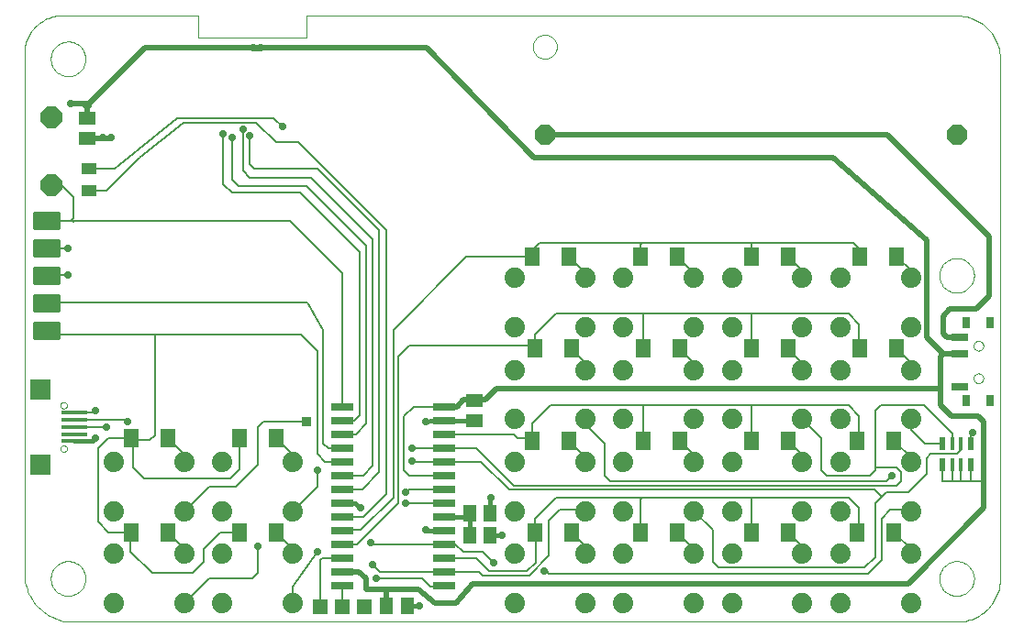
<source format=gtl>
G75*
G70*
%OFA0B0*%
%FSLAX24Y24*%
%IPPOS*%
%LPD*%
%AMOC8*
5,1,8,0,0,1.08239X$1,22.5*
%
%ADD10C,0.0000*%
%ADD11C,0.0740*%
%ADD12OC8,0.0709*%
%ADD13R,0.0591X0.0276*%
%ADD14R,0.0315X0.0394*%
%ADD15R,0.0925X0.0157*%
%ADD16R,0.0748X0.0748*%
%ADD17R,0.0551X0.0433*%
%ADD18R,0.0787X0.0300*%
%ADD19R,0.0512X0.0591*%
%ADD20R,0.0591X0.0512*%
%ADD21C,0.0167*%
%ADD22R,0.0551X0.0709*%
%ADD23R,0.0173X0.0453*%
%ADD24R,0.0248X0.0453*%
%ADD25OC8,0.0768*%
%ADD26OC8,0.0240*%
%ADD27C,0.0160*%
%ADD28C,0.0080*%
%ADD29C,0.0200*%
%ADD30R,0.0531X0.0531*%
%ADD31C,0.0240*%
%ADD32C,0.0320*%
%ADD33R,0.0356X0.0356*%
D10*
X002159Y000141D02*
X034443Y000141D01*
X034520Y000143D01*
X034597Y000149D01*
X034674Y000158D01*
X034750Y000171D01*
X034826Y000188D01*
X034900Y000209D01*
X034974Y000233D01*
X035046Y000261D01*
X035116Y000292D01*
X035185Y000327D01*
X035253Y000365D01*
X035318Y000406D01*
X035381Y000451D01*
X035442Y000499D01*
X035501Y000549D01*
X035557Y000602D01*
X035610Y000658D01*
X035660Y000717D01*
X035708Y000778D01*
X035753Y000841D01*
X035794Y000906D01*
X035832Y000974D01*
X035867Y001043D01*
X035898Y001113D01*
X035926Y001185D01*
X035950Y001259D01*
X035971Y001333D01*
X035988Y001409D01*
X036001Y001485D01*
X036010Y001562D01*
X036016Y001639D01*
X036018Y001716D01*
X036018Y020614D01*
X036016Y020691D01*
X036010Y020768D01*
X036001Y020845D01*
X035988Y020921D01*
X035971Y020997D01*
X035950Y021071D01*
X035926Y021145D01*
X035898Y021217D01*
X035867Y021287D01*
X035832Y021356D01*
X035794Y021424D01*
X035753Y021489D01*
X035708Y021552D01*
X035660Y021613D01*
X035610Y021672D01*
X035557Y021728D01*
X035501Y021781D01*
X035442Y021831D01*
X035381Y021879D01*
X035318Y021924D01*
X035253Y021965D01*
X035185Y022003D01*
X035116Y022038D01*
X035046Y022069D01*
X034974Y022097D01*
X034900Y022121D01*
X034826Y022142D01*
X034750Y022159D01*
X034674Y022172D01*
X034597Y022181D01*
X034520Y022187D01*
X034443Y022189D01*
X034443Y022188D02*
X010821Y022188D01*
X010821Y021401D01*
X006884Y021401D01*
X006884Y022188D01*
X002159Y022188D01*
X000585Y021007D02*
X000585Y002110D01*
X001529Y001716D02*
X001531Y001766D01*
X001537Y001816D01*
X001547Y001865D01*
X001561Y001913D01*
X001578Y001960D01*
X001599Y002005D01*
X001624Y002049D01*
X001652Y002090D01*
X001684Y002129D01*
X001718Y002166D01*
X001755Y002200D01*
X001795Y002230D01*
X001837Y002257D01*
X001881Y002281D01*
X001927Y002302D01*
X001974Y002318D01*
X002022Y002331D01*
X002072Y002340D01*
X002121Y002345D01*
X002172Y002346D01*
X002222Y002343D01*
X002271Y002336D01*
X002320Y002325D01*
X002368Y002310D01*
X002414Y002292D01*
X002459Y002270D01*
X002502Y002244D01*
X002543Y002215D01*
X002582Y002183D01*
X002618Y002148D01*
X002650Y002110D01*
X002680Y002070D01*
X002707Y002027D01*
X002730Y001983D01*
X002749Y001937D01*
X002765Y001889D01*
X002777Y001840D01*
X002785Y001791D01*
X002789Y001741D01*
X002789Y001691D01*
X002785Y001641D01*
X002777Y001592D01*
X002765Y001543D01*
X002749Y001495D01*
X002730Y001449D01*
X002707Y001405D01*
X002680Y001362D01*
X002650Y001322D01*
X002618Y001284D01*
X002582Y001249D01*
X002543Y001217D01*
X002502Y001188D01*
X002459Y001162D01*
X002414Y001140D01*
X002368Y001122D01*
X002320Y001107D01*
X002271Y001096D01*
X002222Y001089D01*
X002172Y001086D01*
X002121Y001087D01*
X002072Y001092D01*
X002022Y001101D01*
X001974Y001114D01*
X001927Y001130D01*
X001881Y001151D01*
X001837Y001175D01*
X001795Y001202D01*
X001755Y001232D01*
X001718Y001266D01*
X001684Y001303D01*
X001652Y001342D01*
X001624Y001383D01*
X001599Y001427D01*
X001578Y001472D01*
X001561Y001519D01*
X001547Y001567D01*
X001537Y001616D01*
X001531Y001666D01*
X001529Y001716D01*
X000584Y002110D02*
X000576Y002023D01*
X000573Y001935D01*
X000574Y001848D01*
X000580Y001760D01*
X000589Y001673D01*
X000603Y001587D01*
X000621Y001501D01*
X000643Y001417D01*
X000670Y001333D01*
X000700Y001251D01*
X000735Y001171D01*
X000773Y001092D01*
X000815Y001016D01*
X000861Y000941D01*
X000911Y000869D01*
X000964Y000799D01*
X001020Y000732D01*
X001080Y000668D01*
X001142Y000607D01*
X001208Y000549D01*
X001276Y000494D01*
X001347Y000443D01*
X001420Y000395D01*
X001496Y000351D01*
X001574Y000311D01*
X001653Y000274D01*
X001734Y000242D01*
X001817Y000213D01*
X001901Y000189D01*
X001986Y000169D01*
X002072Y000153D01*
X002159Y000141D01*
X001884Y006440D02*
X001886Y006461D01*
X001892Y006481D01*
X001901Y006501D01*
X001913Y006518D01*
X001928Y006532D01*
X001946Y006544D01*
X001966Y006552D01*
X001986Y006557D01*
X002007Y006558D01*
X002028Y006555D01*
X002048Y006549D01*
X002067Y006538D01*
X002084Y006525D01*
X002097Y006509D01*
X002108Y006491D01*
X002116Y006471D01*
X002120Y006451D01*
X002120Y006429D01*
X002116Y006409D01*
X002108Y006389D01*
X002097Y006371D01*
X002084Y006355D01*
X002067Y006342D01*
X002048Y006331D01*
X002028Y006325D01*
X002007Y006322D01*
X001986Y006323D01*
X001966Y006328D01*
X001946Y006336D01*
X001928Y006348D01*
X001913Y006362D01*
X001901Y006379D01*
X001892Y006399D01*
X001886Y006419D01*
X001884Y006440D01*
X001884Y008015D02*
X001886Y008036D01*
X001892Y008056D01*
X001901Y008076D01*
X001913Y008093D01*
X001928Y008107D01*
X001946Y008119D01*
X001966Y008127D01*
X001986Y008132D01*
X002007Y008133D01*
X002028Y008130D01*
X002048Y008124D01*
X002067Y008113D01*
X002084Y008100D01*
X002097Y008084D01*
X002108Y008066D01*
X002116Y008046D01*
X002120Y008026D01*
X002120Y008004D01*
X002116Y007984D01*
X002108Y007964D01*
X002097Y007946D01*
X002084Y007930D01*
X002067Y007917D01*
X002048Y007906D01*
X002028Y007900D01*
X002007Y007897D01*
X001986Y007898D01*
X001966Y007903D01*
X001946Y007911D01*
X001928Y007923D01*
X001913Y007937D01*
X001901Y007954D01*
X001892Y007974D01*
X001886Y007994D01*
X001884Y008015D01*
X001529Y020614D02*
X001531Y020664D01*
X001537Y020714D01*
X001547Y020763D01*
X001561Y020811D01*
X001578Y020858D01*
X001599Y020903D01*
X001624Y020947D01*
X001652Y020988D01*
X001684Y021027D01*
X001718Y021064D01*
X001755Y021098D01*
X001795Y021128D01*
X001837Y021155D01*
X001881Y021179D01*
X001927Y021200D01*
X001974Y021216D01*
X002022Y021229D01*
X002072Y021238D01*
X002121Y021243D01*
X002172Y021244D01*
X002222Y021241D01*
X002271Y021234D01*
X002320Y021223D01*
X002368Y021208D01*
X002414Y021190D01*
X002459Y021168D01*
X002502Y021142D01*
X002543Y021113D01*
X002582Y021081D01*
X002618Y021046D01*
X002650Y021008D01*
X002680Y020968D01*
X002707Y020925D01*
X002730Y020881D01*
X002749Y020835D01*
X002765Y020787D01*
X002777Y020738D01*
X002785Y020689D01*
X002789Y020639D01*
X002789Y020589D01*
X002785Y020539D01*
X002777Y020490D01*
X002765Y020441D01*
X002749Y020393D01*
X002730Y020347D01*
X002707Y020303D01*
X002680Y020260D01*
X002650Y020220D01*
X002618Y020182D01*
X002582Y020147D01*
X002543Y020115D01*
X002502Y020086D01*
X002459Y020060D01*
X002414Y020038D01*
X002368Y020020D01*
X002320Y020005D01*
X002271Y019994D01*
X002222Y019987D01*
X002172Y019984D01*
X002121Y019985D01*
X002072Y019990D01*
X002022Y019999D01*
X001974Y020012D01*
X001927Y020028D01*
X001881Y020049D01*
X001837Y020073D01*
X001795Y020100D01*
X001755Y020130D01*
X001718Y020164D01*
X001684Y020201D01*
X001652Y020240D01*
X001624Y020281D01*
X001599Y020325D01*
X001578Y020370D01*
X001561Y020417D01*
X001547Y020465D01*
X001537Y020514D01*
X001531Y020564D01*
X001529Y020614D01*
X000585Y021007D02*
X000597Y021079D01*
X000613Y021150D01*
X000633Y021220D01*
X000656Y021289D01*
X000683Y021357D01*
X000713Y021423D01*
X000747Y021488D01*
X000784Y021550D01*
X000825Y021611D01*
X000868Y021669D01*
X000915Y021726D01*
X000964Y021779D01*
X001016Y021830D01*
X001071Y021878D01*
X001128Y021924D01*
X001187Y021966D01*
X001249Y022005D01*
X001312Y022041D01*
X001378Y022073D01*
X001444Y022102D01*
X001513Y022127D01*
X001582Y022149D01*
X001653Y022167D01*
X001724Y022181D01*
X001796Y022192D01*
X001869Y022199D01*
X001942Y022202D01*
X002015Y022201D01*
X002087Y022196D01*
X002160Y022188D01*
X019049Y021058D02*
X019051Y021099D01*
X019057Y021140D01*
X019067Y021180D01*
X019080Y021219D01*
X019097Y021256D01*
X019118Y021292D01*
X019142Y021326D01*
X019169Y021357D01*
X019198Y021385D01*
X019231Y021411D01*
X019265Y021433D01*
X019302Y021452D01*
X019340Y021467D01*
X019380Y021479D01*
X019420Y021487D01*
X019461Y021491D01*
X019503Y021491D01*
X019544Y021487D01*
X019584Y021479D01*
X019624Y021467D01*
X019662Y021452D01*
X019698Y021433D01*
X019733Y021411D01*
X019766Y021385D01*
X019795Y021357D01*
X019822Y021326D01*
X019846Y021292D01*
X019867Y021256D01*
X019884Y021219D01*
X019897Y021180D01*
X019907Y021140D01*
X019913Y021099D01*
X019915Y021058D01*
X019913Y021017D01*
X019907Y020976D01*
X019897Y020936D01*
X019884Y020897D01*
X019867Y020860D01*
X019846Y020824D01*
X019822Y020790D01*
X019795Y020759D01*
X019766Y020731D01*
X019733Y020705D01*
X019699Y020683D01*
X019662Y020664D01*
X019624Y020649D01*
X019584Y020637D01*
X019544Y020629D01*
X019503Y020625D01*
X019461Y020625D01*
X019420Y020629D01*
X019380Y020637D01*
X019340Y020649D01*
X019302Y020664D01*
X019266Y020683D01*
X019231Y020705D01*
X019198Y020731D01*
X019169Y020759D01*
X019142Y020790D01*
X019118Y020824D01*
X019097Y020860D01*
X019080Y020897D01*
X019067Y020936D01*
X019057Y020976D01*
X019051Y021017D01*
X019049Y021058D01*
X033813Y012740D02*
X033815Y012790D01*
X033821Y012840D01*
X033831Y012889D01*
X033845Y012937D01*
X033862Y012984D01*
X033883Y013029D01*
X033908Y013073D01*
X033936Y013114D01*
X033968Y013153D01*
X034002Y013190D01*
X034039Y013224D01*
X034079Y013254D01*
X034121Y013281D01*
X034165Y013305D01*
X034211Y013326D01*
X034258Y013342D01*
X034306Y013355D01*
X034356Y013364D01*
X034405Y013369D01*
X034456Y013370D01*
X034506Y013367D01*
X034555Y013360D01*
X034604Y013349D01*
X034652Y013334D01*
X034698Y013316D01*
X034743Y013294D01*
X034786Y013268D01*
X034827Y013239D01*
X034866Y013207D01*
X034902Y013172D01*
X034934Y013134D01*
X034964Y013094D01*
X034991Y013051D01*
X035014Y013007D01*
X035033Y012961D01*
X035049Y012913D01*
X035061Y012864D01*
X035069Y012815D01*
X035073Y012765D01*
X035073Y012715D01*
X035069Y012665D01*
X035061Y012616D01*
X035049Y012567D01*
X035033Y012519D01*
X035014Y012473D01*
X034991Y012429D01*
X034964Y012386D01*
X034934Y012346D01*
X034902Y012308D01*
X034866Y012273D01*
X034827Y012241D01*
X034786Y012212D01*
X034743Y012186D01*
X034698Y012164D01*
X034652Y012146D01*
X034604Y012131D01*
X034555Y012120D01*
X034506Y012113D01*
X034456Y012110D01*
X034405Y012111D01*
X034356Y012116D01*
X034306Y012125D01*
X034258Y012138D01*
X034211Y012154D01*
X034165Y012175D01*
X034121Y012199D01*
X034079Y012226D01*
X034039Y012256D01*
X034002Y012290D01*
X033968Y012327D01*
X033936Y012366D01*
X033908Y012407D01*
X033883Y012451D01*
X033862Y012496D01*
X033845Y012543D01*
X033831Y012591D01*
X033821Y012640D01*
X033815Y012690D01*
X033813Y012740D01*
X035053Y010180D02*
X035055Y010206D01*
X035061Y010232D01*
X035071Y010257D01*
X035084Y010280D01*
X035100Y010300D01*
X035120Y010318D01*
X035142Y010333D01*
X035165Y010345D01*
X035191Y010353D01*
X035217Y010357D01*
X035243Y010357D01*
X035269Y010353D01*
X035295Y010345D01*
X035319Y010333D01*
X035340Y010318D01*
X035360Y010300D01*
X035376Y010280D01*
X035389Y010257D01*
X035399Y010232D01*
X035405Y010206D01*
X035407Y010180D01*
X035405Y010154D01*
X035399Y010128D01*
X035389Y010103D01*
X035376Y010080D01*
X035360Y010060D01*
X035340Y010042D01*
X035318Y010027D01*
X035295Y010015D01*
X035269Y010007D01*
X035243Y010003D01*
X035217Y010003D01*
X035191Y010007D01*
X035165Y010015D01*
X035141Y010027D01*
X035120Y010042D01*
X035100Y010060D01*
X035084Y010080D01*
X035071Y010103D01*
X035061Y010128D01*
X035055Y010154D01*
X035053Y010180D01*
X035053Y008999D02*
X035055Y009025D01*
X035061Y009051D01*
X035071Y009076D01*
X035084Y009099D01*
X035100Y009119D01*
X035120Y009137D01*
X035142Y009152D01*
X035165Y009164D01*
X035191Y009172D01*
X035217Y009176D01*
X035243Y009176D01*
X035269Y009172D01*
X035295Y009164D01*
X035319Y009152D01*
X035340Y009137D01*
X035360Y009119D01*
X035376Y009099D01*
X035389Y009076D01*
X035399Y009051D01*
X035405Y009025D01*
X035407Y008999D01*
X035405Y008973D01*
X035399Y008947D01*
X035389Y008922D01*
X035376Y008899D01*
X035360Y008879D01*
X035340Y008861D01*
X035318Y008846D01*
X035295Y008834D01*
X035269Y008826D01*
X035243Y008822D01*
X035217Y008822D01*
X035191Y008826D01*
X035165Y008834D01*
X035141Y008846D01*
X035120Y008861D01*
X035100Y008879D01*
X035084Y008899D01*
X035071Y008922D01*
X035061Y008947D01*
X035055Y008973D01*
X035053Y008999D01*
X033813Y001716D02*
X033815Y001766D01*
X033821Y001816D01*
X033831Y001865D01*
X033845Y001913D01*
X033862Y001960D01*
X033883Y002005D01*
X033908Y002049D01*
X033936Y002090D01*
X033968Y002129D01*
X034002Y002166D01*
X034039Y002200D01*
X034079Y002230D01*
X034121Y002257D01*
X034165Y002281D01*
X034211Y002302D01*
X034258Y002318D01*
X034306Y002331D01*
X034356Y002340D01*
X034405Y002345D01*
X034456Y002346D01*
X034506Y002343D01*
X034555Y002336D01*
X034604Y002325D01*
X034652Y002310D01*
X034698Y002292D01*
X034743Y002270D01*
X034786Y002244D01*
X034827Y002215D01*
X034866Y002183D01*
X034902Y002148D01*
X034934Y002110D01*
X034964Y002070D01*
X034991Y002027D01*
X035014Y001983D01*
X035033Y001937D01*
X035049Y001889D01*
X035061Y001840D01*
X035069Y001791D01*
X035073Y001741D01*
X035073Y001691D01*
X035069Y001641D01*
X035061Y001592D01*
X035049Y001543D01*
X035033Y001495D01*
X035014Y001449D01*
X034991Y001405D01*
X034964Y001362D01*
X034934Y001322D01*
X034902Y001284D01*
X034866Y001249D01*
X034827Y001217D01*
X034786Y001188D01*
X034743Y001162D01*
X034698Y001140D01*
X034652Y001122D01*
X034604Y001107D01*
X034555Y001096D01*
X034506Y001089D01*
X034456Y001086D01*
X034405Y001087D01*
X034356Y001092D01*
X034306Y001101D01*
X034258Y001114D01*
X034211Y001130D01*
X034165Y001151D01*
X034121Y001175D01*
X034079Y001202D01*
X034039Y001232D01*
X034002Y001266D01*
X033968Y001303D01*
X033936Y001342D01*
X033908Y001383D01*
X033883Y001427D01*
X033862Y001472D01*
X033845Y001519D01*
X033831Y001567D01*
X033821Y001616D01*
X033815Y001666D01*
X033813Y001716D01*
D11*
X032770Y002606D03*
X032770Y004172D03*
X030210Y004172D03*
X028833Y004172D03*
X028833Y002606D03*
X030210Y002606D03*
X030210Y000826D03*
X028833Y000826D03*
X026273Y000826D03*
X024896Y000826D03*
X022336Y000826D03*
X020959Y000826D03*
X018399Y000826D03*
X018399Y002606D03*
X018399Y004172D03*
X020959Y004172D03*
X022336Y004172D03*
X022336Y002606D03*
X020959Y002606D03*
X024896Y002606D03*
X026273Y002606D03*
X026273Y004172D03*
X024896Y004172D03*
X024896Y005952D03*
X026273Y005952D03*
X026273Y007519D03*
X024896Y007519D03*
X022336Y007519D03*
X020959Y007519D03*
X020959Y005952D03*
X022336Y005952D03*
X018399Y005952D03*
X018399Y007519D03*
X018399Y009299D03*
X018399Y010865D03*
X020959Y010865D03*
X022336Y010865D03*
X022336Y009299D03*
X020959Y009299D03*
X024896Y009299D03*
X026273Y009299D03*
X026273Y010865D03*
X024896Y010865D03*
X024896Y012645D03*
X026273Y012645D03*
X028833Y012645D03*
X030210Y012645D03*
X032770Y012645D03*
X032770Y010865D03*
X032770Y009299D03*
X030210Y009299D03*
X028833Y009299D03*
X028833Y010865D03*
X030210Y010865D03*
X030210Y007519D03*
X028833Y007519D03*
X028833Y005952D03*
X030210Y005952D03*
X032770Y005952D03*
X032770Y007519D03*
X022336Y012645D03*
X020959Y012645D03*
X018399Y012645D03*
X010329Y005952D03*
X007769Y005952D03*
X006392Y005952D03*
X003832Y005952D03*
X003832Y004172D03*
X003832Y002606D03*
X006392Y002606D03*
X007769Y002606D03*
X007769Y004172D03*
X006392Y004172D03*
X010329Y004172D03*
X010329Y002606D03*
X010329Y000826D03*
X007769Y000826D03*
X006392Y000826D03*
X003832Y000826D03*
X032770Y000826D03*
D12*
X034443Y017858D03*
X019482Y017858D03*
D13*
X034541Y010476D03*
X034541Y009885D03*
X034541Y008704D03*
D14*
X034797Y008173D03*
X035663Y008173D03*
X035663Y011007D03*
X034797Y011007D03*
D15*
X002396Y007740D03*
X002396Y007484D03*
X002396Y007228D03*
X002396Y006972D03*
X002396Y006716D03*
D16*
X001155Y005869D03*
X001155Y008586D03*
D17*
X002905Y015821D03*
X002905Y016609D03*
D18*
X012120Y007972D03*
X012120Y007472D03*
X012120Y006972D03*
X012120Y006472D03*
X012120Y005972D03*
X012120Y005472D03*
X012120Y004972D03*
X012120Y004472D03*
X012120Y003972D03*
X012120Y003472D03*
X012120Y002972D03*
X012120Y002472D03*
X012120Y001972D03*
X012120Y001472D03*
X015821Y001472D03*
X015821Y001972D03*
X015821Y002472D03*
X015821Y002972D03*
X015821Y003472D03*
X015821Y003972D03*
X015821Y004472D03*
X015821Y004972D03*
X015821Y005472D03*
X015821Y005972D03*
X015821Y006472D03*
X015821Y006972D03*
X015821Y007472D03*
X015821Y007972D03*
D19*
X016746Y004078D03*
X017494Y004078D03*
X017494Y003291D03*
X016746Y003291D03*
X014474Y000732D03*
X013726Y000732D03*
D20*
X016923Y007444D03*
X016923Y008192D03*
X002861Y017706D03*
X002861Y018454D03*
D21*
X000963Y014991D02*
X000963Y014489D01*
X000963Y014991D02*
X001781Y014991D01*
X001781Y014489D01*
X000963Y014489D01*
X000963Y014655D02*
X001781Y014655D01*
X001781Y014821D02*
X000963Y014821D01*
X000963Y014987D02*
X001781Y014987D01*
X000963Y013991D02*
X000963Y013489D01*
X000963Y013991D02*
X001781Y013991D01*
X001781Y013489D01*
X000963Y013489D01*
X000963Y013655D02*
X001781Y013655D01*
X001781Y013821D02*
X000963Y013821D01*
X000963Y013987D02*
X001781Y013987D01*
X000963Y012991D02*
X000963Y012489D01*
X000963Y012991D02*
X001781Y012991D01*
X001781Y012489D01*
X000963Y012489D01*
X000963Y012655D02*
X001781Y012655D01*
X001781Y012821D02*
X000963Y012821D01*
X000963Y012987D02*
X001781Y012987D01*
X000963Y011991D02*
X000963Y011489D01*
X000963Y011991D02*
X001781Y011991D01*
X001781Y011489D01*
X000963Y011489D01*
X000963Y011655D02*
X001781Y011655D01*
X001781Y011821D02*
X000963Y011821D01*
X000963Y011987D02*
X001781Y011987D01*
X000963Y010991D02*
X000963Y010489D01*
X000963Y010991D02*
X001781Y010991D01*
X001781Y010489D01*
X000963Y010489D01*
X000963Y010655D02*
X001781Y010655D01*
X001781Y010821D02*
X000963Y010821D01*
X000963Y010987D02*
X001781Y010987D01*
D22*
X004443Y006834D03*
X005781Y006834D03*
X008380Y006834D03*
X009718Y006834D03*
X009718Y003389D03*
X008380Y003389D03*
X005781Y003389D03*
X004443Y003389D03*
X019108Y003389D03*
X020447Y003389D03*
X022947Y003389D03*
X024285Y003389D03*
X026982Y003389D03*
X028321Y003389D03*
X030821Y003389D03*
X032159Y003389D03*
X032159Y006736D03*
X030821Y006736D03*
X028321Y006736D03*
X026982Y006736D03*
X024384Y006736D03*
X023045Y006736D03*
X020348Y006736D03*
X019010Y006736D03*
X019108Y010082D03*
X020447Y010082D03*
X023045Y010082D03*
X024384Y010082D03*
X026982Y010082D03*
X028321Y010082D03*
X030919Y010082D03*
X032258Y010082D03*
X032258Y013429D03*
X030919Y013429D03*
X028321Y013429D03*
X026982Y013429D03*
X024285Y013429D03*
X022947Y013429D03*
X020348Y013429D03*
X019010Y013429D03*
D23*
X034285Y006627D03*
X034600Y006627D03*
X034600Y005860D03*
X034285Y005860D03*
D24*
X033933Y005860D03*
X034953Y005860D03*
X034953Y006627D03*
X033933Y006627D03*
D25*
X001545Y016015D03*
X001545Y018495D03*
D26*
X002239Y019002D03*
X003407Y017750D03*
X003714Y017750D03*
X007785Y017901D03*
X008105Y017741D03*
X008745Y017821D03*
X008505Y018061D03*
X009945Y018141D03*
X009148Y021007D03*
X008882Y021007D03*
X002159Y013724D03*
X002159Y012740D03*
X003144Y007818D03*
X003537Y007228D03*
X003144Y006834D03*
X004325Y007425D03*
X011214Y005653D03*
X012789Y004275D03*
X014431Y004472D03*
X014431Y004866D03*
X014665Y005981D03*
X014659Y006440D03*
X015151Y007425D03*
X017514Y004669D03*
X017907Y003291D03*
X017625Y002301D03*
X019465Y001981D03*
X015151Y003488D03*
X013145Y003021D03*
X013225Y002221D03*
X013355Y001716D03*
X014924Y000732D03*
X011214Y002700D03*
X009049Y002897D03*
X032081Y005456D03*
X035033Y007031D03*
D27*
X017907Y003291D02*
X017494Y003291D01*
X016746Y003291D02*
X016746Y003881D01*
X016655Y003972D01*
X015821Y003972D01*
X015821Y003472D02*
X015167Y003472D01*
X015151Y003488D01*
X016746Y003881D02*
X016746Y004078D01*
X017494Y004078D02*
X017494Y004649D01*
X017514Y004669D01*
X016923Y007444D02*
X016896Y007472D01*
X015821Y007472D01*
X015396Y007472D01*
X015151Y007425D01*
X012592Y004472D02*
X012120Y004472D01*
X012592Y004472D02*
X012789Y004275D01*
X014474Y000732D02*
X014924Y000732D01*
X003144Y006834D02*
X003065Y006716D01*
X002396Y006716D01*
D28*
X003242Y006440D02*
X003636Y006834D01*
X004443Y006834D01*
X004522Y006755D01*
X005132Y006755D01*
X005309Y006932D01*
X005309Y010574D01*
X010624Y010574D01*
X011214Y009984D01*
X011214Y006243D01*
X011486Y005972D01*
X012120Y005972D01*
X012089Y006440D02*
X011608Y006440D01*
X011411Y006637D01*
X011411Y010771D01*
X010837Y011740D01*
X001372Y011740D01*
X001372Y012740D02*
X002159Y012740D01*
X002159Y013724D02*
X001388Y013740D01*
X001372Y013740D01*
X001403Y014708D02*
X001372Y014740D01*
X001403Y014708D02*
X002258Y014708D01*
X002356Y014806D01*
X002356Y015594D01*
X001935Y016015D01*
X001545Y016015D01*
X002905Y015821D02*
X003551Y015821D01*
X004745Y017015D01*
X006345Y018301D01*
X008985Y018301D01*
X009705Y017581D01*
X010505Y017581D01*
X013705Y014381D01*
X013705Y004781D01*
X012895Y003972D01*
X012120Y003972D01*
X012136Y003488D02*
X012120Y003472D01*
X012136Y003488D02*
X012789Y003488D01*
X013970Y004669D01*
X013970Y010771D01*
X016628Y013429D01*
X019010Y013429D01*
X019010Y013645D01*
X019285Y013921D01*
X023026Y013921D01*
X022947Y013842D01*
X022947Y013429D01*
X023026Y013921D02*
X026963Y013921D01*
X026982Y013901D01*
X026982Y013429D01*
X026963Y013921D02*
X030703Y013921D01*
X030900Y013724D01*
X030900Y013448D01*
X030919Y013429D01*
X032258Y013429D02*
X032770Y012916D01*
X032770Y012645D01*
X030900Y010968D02*
X030506Y011362D01*
X026963Y011362D01*
X026982Y011342D01*
X026982Y010082D01*
X028321Y010082D02*
X028833Y009570D01*
X028833Y009299D01*
X030900Y010102D02*
X030919Y010082D01*
X030900Y010102D02*
X030900Y010968D01*
X032258Y010082D02*
X032770Y009570D01*
X032770Y009299D01*
X033262Y008015D02*
X031687Y008015D01*
X031490Y007818D01*
X031490Y005741D01*
X032265Y005741D01*
X032425Y005581D01*
X032425Y005261D01*
X032265Y005101D01*
X018345Y005101D01*
X016974Y006472D01*
X015821Y006472D01*
X014711Y006472D01*
X014659Y006440D01*
X014665Y005981D02*
X014594Y005972D01*
X015821Y005972D01*
X017154Y005972D01*
X018185Y004941D01*
X031465Y004941D01*
X031712Y004694D01*
X031884Y004866D01*
X032671Y004866D01*
X033340Y005535D01*
X033340Y006086D01*
X033498Y006243D01*
X034443Y006243D01*
X034600Y006401D01*
X034600Y006627D01*
X034285Y006627D02*
X034285Y006991D01*
X033262Y008015D01*
X032770Y007519D02*
X032770Y007129D01*
X033272Y006627D01*
X033933Y006627D01*
X034953Y006627D02*
X034953Y006950D01*
X035033Y007031D01*
X034953Y005860D02*
X034953Y005259D01*
X035427Y005259D01*
X034953Y005259D02*
X034600Y005259D01*
X034600Y005860D01*
X034285Y005860D02*
X034285Y005259D01*
X033933Y005259D01*
X033933Y005860D01*
X034285Y005259D02*
X034600Y005259D01*
X032770Y005952D02*
X032770Y006125D01*
X032159Y006736D01*
X031490Y005741D02*
X031490Y005653D01*
X031293Y005456D01*
X029718Y005456D01*
X029522Y005653D01*
X029522Y006830D01*
X028833Y007519D01*
X028321Y006736D02*
X028833Y006223D01*
X028833Y005952D01*
X030821Y006736D02*
X030900Y006814D01*
X030900Y007621D01*
X030506Y008015D01*
X026963Y008015D01*
X026982Y007995D01*
X026982Y006736D01*
X024896Y006223D02*
X024896Y005952D01*
X024896Y006223D02*
X024384Y006736D01*
X023045Y006736D02*
X023045Y007995D01*
X023026Y008015D01*
X026963Y008015D01*
X024896Y009299D02*
X024896Y009570D01*
X024384Y010082D01*
X023045Y010082D02*
X023045Y011342D01*
X023026Y011362D01*
X026963Y011362D01*
X028833Y012645D02*
X028833Y012916D01*
X028321Y013429D01*
X024896Y012818D02*
X024896Y012645D01*
X024896Y012818D02*
X024285Y013429D01*
X023026Y011362D02*
X019876Y011362D01*
X019108Y010594D01*
X019108Y010082D01*
X019010Y010180D01*
X014561Y010180D01*
X014167Y009787D01*
X014167Y004472D01*
X012667Y002972D01*
X012120Y002972D01*
X012120Y002472D02*
X011395Y002472D01*
X011305Y002381D01*
X011305Y000701D01*
X012105Y000701D02*
X012105Y001456D01*
X012120Y001472D01*
X013355Y001716D02*
X015010Y001716D01*
X015305Y001421D01*
X015770Y001421D01*
X015821Y001472D01*
X015821Y001972D02*
X013474Y001972D01*
X013225Y002221D01*
X013194Y002972D02*
X013145Y003021D01*
X013194Y002972D02*
X015821Y002972D01*
X016234Y002972D01*
X016505Y002701D01*
X017225Y002701D01*
X017625Y002301D01*
X017465Y001981D02*
X018825Y001981D01*
X019145Y002301D01*
X019145Y003353D01*
X019108Y003389D01*
X019108Y003901D01*
X019876Y004669D01*
X023026Y004669D01*
X022947Y004590D01*
X022947Y003389D01*
X024285Y003389D02*
X024896Y002778D01*
X024896Y002606D01*
X025585Y002306D02*
X025781Y002110D01*
X031096Y002110D01*
X031490Y002503D01*
X031490Y004472D01*
X031712Y004694D01*
X032025Y004221D02*
X032721Y004221D01*
X032770Y004172D01*
X032025Y004221D02*
X031705Y003901D01*
X031705Y002381D01*
X031225Y001901D01*
X019625Y001901D01*
X019545Y001981D01*
X019465Y001981D01*
X018905Y001821D02*
X019625Y002541D01*
X019625Y003821D01*
X020025Y004221D01*
X020910Y004221D01*
X020959Y004172D01*
X020447Y003389D02*
X020959Y002877D01*
X020959Y002606D01*
X018905Y001821D02*
X017225Y001821D01*
X017074Y001972D01*
X015821Y001972D01*
X015821Y002472D02*
X016974Y002472D01*
X017465Y001981D01*
X015821Y004472D02*
X014431Y004472D01*
X014431Y004866D02*
X014538Y004972D01*
X015821Y004972D01*
X015821Y005472D02*
X014539Y005472D01*
X014358Y005653D01*
X014358Y007621D01*
X014708Y007972D01*
X015821Y007972D01*
X015821Y006972D02*
X018360Y006972D01*
X018498Y006834D01*
X018911Y006834D01*
X019010Y006736D01*
X019010Y007346D01*
X019679Y008015D01*
X023026Y008015D01*
X021648Y006637D02*
X021648Y005456D01*
X021844Y005259D01*
X031884Y005259D01*
X032081Y005456D01*
X030900Y004275D02*
X030506Y004669D01*
X026963Y004669D01*
X026982Y004649D01*
X026982Y003389D01*
X025585Y003484D02*
X024896Y004172D01*
X025585Y003484D02*
X025585Y002306D01*
X028321Y003389D02*
X028833Y002877D01*
X028833Y002606D01*
X030821Y003389D02*
X030900Y003468D01*
X030900Y004275D01*
X032159Y003389D02*
X032770Y002778D01*
X032770Y002606D01*
X026963Y004669D02*
X023026Y004669D01*
X020959Y005952D02*
X020959Y006125D01*
X020348Y006736D01*
X020959Y007326D02*
X021648Y006637D01*
X020959Y007326D02*
X020959Y007519D01*
X020959Y009299D02*
X020959Y009570D01*
X020447Y010082D01*
X020959Y012645D02*
X020959Y012818D01*
X020348Y013429D01*
X013465Y014381D02*
X011225Y016621D01*
X008905Y016621D01*
X008745Y016781D01*
X008745Y017821D01*
X008505Y018061D02*
X008505Y016541D01*
X008745Y016301D01*
X010985Y016301D01*
X013225Y014061D01*
X013225Y005821D01*
X012875Y005472D01*
X012120Y005472D01*
X012120Y004972D02*
X012855Y004972D01*
X013465Y005581D01*
X013465Y014381D01*
X012985Y013821D02*
X010825Y015981D01*
X008345Y015981D01*
X008105Y016221D01*
X008105Y017741D01*
X007785Y017901D02*
X007785Y016061D01*
X008105Y015741D01*
X010585Y015741D01*
X012745Y013581D01*
X012745Y007661D01*
X012555Y007472D01*
X012120Y007472D01*
X012120Y007972D02*
X012120Y012818D01*
X010230Y014708D01*
X002345Y014708D01*
X002345Y014701D01*
X002345Y014708D02*
X002258Y014708D01*
X002905Y016609D02*
X003858Y016609D01*
X006105Y018461D01*
X009625Y018461D01*
X009945Y018141D01*
X012985Y013821D02*
X012985Y007341D01*
X012615Y006972D01*
X012120Y006972D01*
X012120Y006472D02*
X012089Y006440D01*
X011214Y005653D02*
X011214Y005058D01*
X010329Y004172D01*
X009718Y003389D02*
X010329Y002778D01*
X010329Y002606D01*
X011214Y002700D02*
X010329Y001421D01*
X010329Y000826D01*
X009049Y001913D02*
X008852Y001716D01*
X007282Y001716D01*
X006392Y000826D01*
X006687Y001913D02*
X005211Y001913D01*
X004423Y002700D01*
X004423Y003369D01*
X004443Y003389D01*
X003636Y003389D01*
X003242Y003783D01*
X003242Y006440D01*
X003537Y007228D02*
X002396Y007228D01*
X002396Y007484D02*
X004266Y007484D01*
X004325Y007425D01*
X004522Y006755D02*
X004522Y005751D01*
X004915Y005358D01*
X008065Y005358D01*
X008380Y005673D01*
X008380Y006834D01*
X009049Y007228D02*
X009246Y007425D01*
X010821Y007425D01*
X009718Y006834D02*
X010329Y006223D01*
X010329Y005952D01*
X009049Y005850D02*
X009049Y007228D01*
X009049Y005850D02*
X008262Y005062D01*
X007282Y005062D01*
X006392Y004172D01*
X005781Y003389D02*
X006392Y002778D01*
X006392Y002606D01*
X007081Y002799D02*
X007081Y002306D01*
X006687Y001913D01*
X007081Y002799D02*
X007671Y003389D01*
X008380Y003389D01*
X009049Y002897D02*
X009049Y001913D01*
X006392Y005952D02*
X006392Y006223D01*
X005781Y006834D01*
X003144Y007818D02*
X003065Y007740D01*
X002396Y007740D01*
X001537Y010574D02*
X001372Y010740D01*
X001537Y010574D02*
X005309Y010574D01*
D29*
X015821Y007972D02*
X016289Y007972D01*
X016529Y008212D01*
X016903Y008212D01*
X016943Y008212D02*
X017317Y008212D01*
X017711Y008606D01*
X033852Y008606D01*
X033852Y008015D01*
X034246Y007621D01*
X035230Y007621D01*
X035427Y007425D01*
X035427Y005259D01*
X035427Y004275D01*
X032671Y001519D01*
X016837Y001519D01*
X016246Y000812D01*
X015471Y000812D01*
X014881Y001322D01*
X013785Y001322D01*
X013726Y001263D01*
X013726Y000732D01*
X013785Y001322D02*
X012986Y001322D01*
X012986Y001716D01*
X012730Y001972D01*
X012120Y001972D01*
X033360Y010476D02*
X033951Y009885D01*
X033852Y009787D01*
X033852Y008606D01*
X033951Y009885D02*
X034541Y009885D01*
X034541Y010476D02*
X034090Y010476D01*
X033945Y010621D01*
X033945Y011261D01*
X034191Y011507D01*
X035145Y011507D01*
X035625Y011987D01*
X035625Y014141D01*
X031908Y017858D01*
X019482Y017858D01*
X019089Y017027D02*
X029958Y017027D01*
X033360Y014019D01*
X033360Y010476D01*
X019089Y017027D02*
X015188Y021007D01*
X009148Y021007D01*
X008882Y021007D02*
X004958Y021007D01*
X002861Y018910D01*
X002861Y018454D01*
X002861Y018935D02*
X002794Y019002D01*
X002239Y019002D01*
X002861Y017706D02*
X003670Y017706D01*
X003714Y017750D01*
D30*
X011305Y000701D03*
X012105Y000701D03*
X012905Y000701D03*
D31*
X016923Y008192D02*
X016943Y008212D01*
X016923Y008192D02*
X016903Y008212D01*
X009148Y021007D02*
X008882Y021007D01*
D32*
X002861Y018935D02*
X002861Y018910D01*
D33*
X010821Y007425D03*
M02*

</source>
